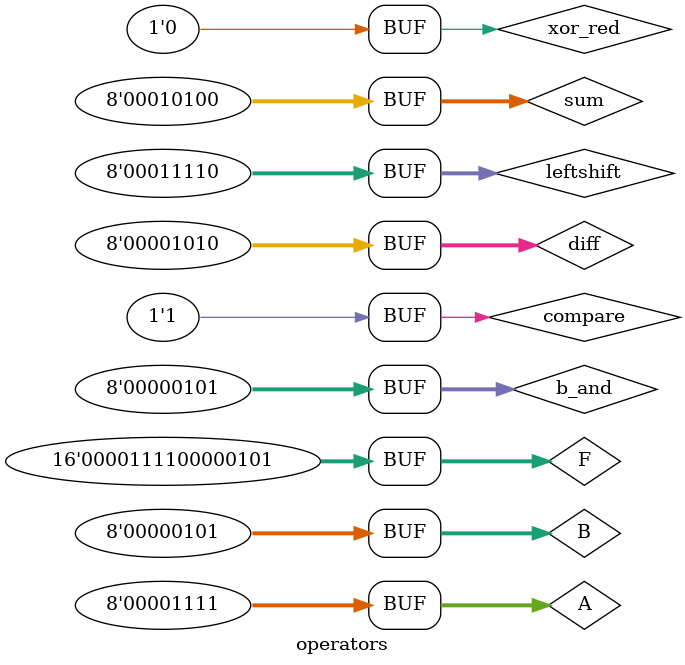
<source format=v>
module operators;

  reg [7:0] A = 15;
  reg [7:0] B = 5;

  // Arithmetic operators
  wire [7:0] sum;
  wire [7:0] diff;
  assign sum  = A + B;
  assign diff = A - B;

  // Relational operator
  wire compare;
  assign compare = (A >= B);

  // Bitwise operator
  wire [7:0] b_and;
  assign b_and = A & B;

  // Shift operator
  wire [7:0] leftshift;
  assign leftshift = A << 1;

  // Reduction operator
  wire xor_red;
  assign xor_red = ^A;

  // Concatenation operator
  wire [15:0] F;
  assign F = {A, B};

endmodule

</source>
